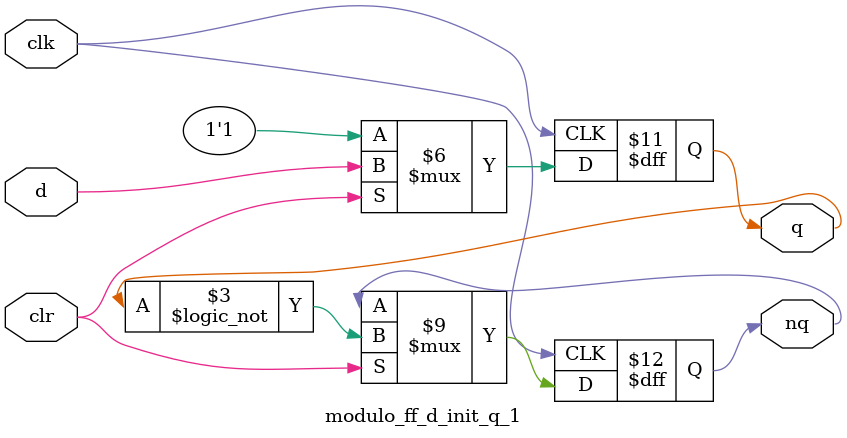
<source format=v>
module modulo_ff_d_init_q_1(d,clk,clr,q,nq);

	input d,clk,clr;
	output reg q;
	output reg nq;
	
	initial begin
    q = 1'b1; 
	end
	
	always @(negedge clk) 
	
	begin 
	
		if(clr == 1'b0) 
		
		begin 
	
			q <= 1'b1;
	
		end 
		
		else 
		
		begin
		
			q <= d;
			nq <= !q;
		
		end
	
	
	end



endmodule 
</source>
